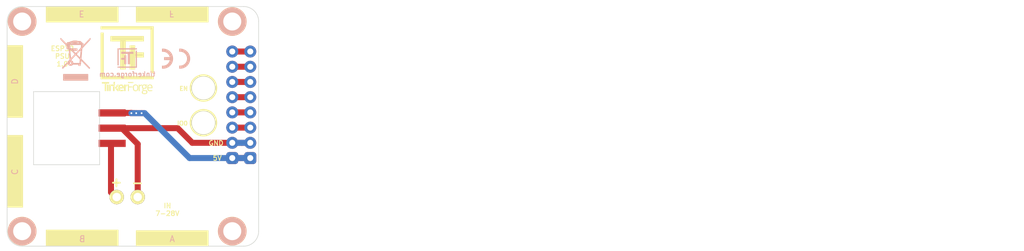
<source format=kicad_pcb>
(kicad_pcb (version 20221018) (generator pcbnew)
  (title_block (title "ESP32 Ethernet Brick") (date "2021-03-12") (rev "1.0") (company "Tinkerforge GmbH") (comment 1 "Licensed under CERN OHL v.1.1") (comment 2 "Copyright (©) 2021, B.Nordmeyer <bastian@tinkerforge.com>"))
  (layers (0 "F.Cu" signal) (31 "B.Cu" signal) (34 "B.Paste" user) (35 "F.Paste" user) (36 "B.SilkS" user "B.Silkscreen") (37 "F.SilkS" user "F.Silkscreen") (38 "B.Mask" user) (39 "F.Mask" user) (44 "Edge.Cuts" user))
  (net 0 "")
  (net 1 "IN_7-28V")
  (net 2 "Net-(P1-Pad2)")
  (net 3 "Net-(P101-Pad5)")
  (net 4 "Net-(P101-Pad4)")
  (net 5 "Net-(P101-Pad3)")
  (net 6 "OUT_5V")
  (net 7 "Net-(P101-Pad6)")
  (net 8 "Net-(P101-Pad7)")
  (net 9 "Net-(P101-Pad8)")
  (footprint "kicad-libraries:DRILL_NP" (layer "F.Cu") (at 116.3 126.15)
    (fp_text reference "F101" hide)
    (fp_text value "DRILL" hide)
    (pad "" np_thru_hole circle (at 0 0) (size 2.99974 2.99974) (drill 2.99974) (layers "*.Cu" "*.Mask" "F.SilkS") (clearance 0.89916))
  )
  (footprint "kicad-libraries:DRILL_NP" (layer "F.Cu") (at 151.3 126.15)
    (fp_text reference "F103" hide)
    (fp_text value "DRILL" hide)
    (pad "" np_thru_hole circle (at 0 0) (size 2.99974 2.99974) (drill 2.99974) (layers "*.Cu" "*.Mask" "F.SilkS") (clearance 0.89916))
  )
  (footprint "kicad-libraries:pin_array_1x8-P2mm_D1mm" (layer "F.Cu") (at 151.3 140.05 90)
    (fp_text reference "P101")
    (fp_text value "EXT_HEADER")
    (pad "1" thru_hole roundrect (at -8.89 0 90) (size 2 2) (drill 1) (layers "*.Cu" "*.Mask") (net 6 "OUT_5V"))
    (pad "2" thru_hole circle (at -6.35 0 90) (size 2 2) (drill 1) (layers "*.Cu" "*.Mask") (net 2 "Net-(P1-Pad2)") (thermal_bridge_width 0.7) (thermal_gap 0.2))
    (pad "3" thru_hole circle (at -3.81 0 90) (size 2 2) (drill 1) (layers "*.Cu" "*.Mask") (net 5 "Net-(P101-Pad3)") (thermal_bridge_width 0.7) (thermal_gap 0.2))
    (pad "4" thru_hole circle (at -1.27 0 90) (size 2 2) (drill 1) (layers "*.Cu" "*.Mask") (net 4 "Net-(P101-Pad4)"))
    (pad "5" thru_hole circle (at 1.27 0 90) (size 2 2) (drill 1) (layers "*.Cu" "*.Mask") (net 3 "Net-(P101-Pad5)"))
    (pad "6" thru_hole circle (at 3.81 0 90) (size 2 2) (drill 1) (layers "*.Cu" "*.Mask") (net 7 "Net-(P101-Pad6)") (thermal_bridge_width 0.7) (thermal_gap 0.2))
    (pad "7" thru_hole circle (at 6.35 0 90) (size 2 2) (drill 1) (layers "*.Cu" "*.Mask") (net 8 "Net-(P101-Pad7)"))
    (pad "8" thru_hole circle (at 8.89 0 90) (size 2 2) (drill 1) (layers "*.Cu" "*.Mask") (net 9 "Net-(P101-Pad8)"))
  )
  (footprint "kicad-libraries:DRILL_NP" (layer "F.Cu") (at 116.3 161.15)
    (fp_text reference "F102" hide)
    (fp_text value "DRILL" hide)
    (pad "" np_thru_hole circle (at 0 0) (size 2.99974 2.99974) (drill 2.99974) (layers "*.Cu" "*.Mask" "F.SilkS") (clearance 0.89916))
  )
  (footprint "kicad-libraries:DRILL_NP" (layer "F.Cu") (at 151.3 161.15)
    (fp_text reference "F104" hide)
    (fp_text value "DRILL" hide)
    (pad "" np_thru_hole circle (at 0 0) (size 2.99974 2.99974) (drill 2.99974) (layers "*.Cu" "*.Mask" "F.SilkS") (clearance 0.89916))
  )
  (footprint "kicad-libraries:OQ_2P" (layer "F.Cu") (at 133.8 155.45)
    (fp_text reference "P1")
    (fp_text value "CONN_01X02")
    (pad "1" thru_hole circle (at -1.75006 0) (size 2.4003 2.4003) (drill 1.39954) (layers "*.Cu" "*.Mask" "F.SilkS") (net 1 "IN_7-28V"))
    (pad "2" thru_hole circle (at 1.75006 0) (size 2.4003 2.4003) (drill 1.39954) (layers "*.Cu" "*.Mask" "F.SilkS") (net 2 "Net-(P1-Pad2)"))
  )
  (footprint "kicad-libraries:pin_array_1x8-P2mm_D1mm" (layer "F.Cu") (at 154.3 140.05 90)
    (fp_text reference "P2")
    (fp_text value "EXT_HEADER")
    (pad "1" thru_hole roundrect (at -8.89 0 90) (size 2 2) (drill 1) (layers "*.Cu" "*.Mask") (net 6 "OUT_5V"))
    (pad "2" thru_hole circle (at -6.35 0 90) (size 2 2) (drill 1) (layers "*.Cu" "*.Mask") (net 2 "Net-(P1-Pad2)"))
    (pad "3" thru_hole circle (at -3.81 0 90) (size 2 2) (drill 1) (layers "*.Cu" "*.Mask") (net 5 "Net-(P101-Pad3)"))
    (pad "4" thru_hole circle (at -1.27 0 90) (size 2 2) (drill 1) (layers "*.Cu" "*.Mask") (net 4 "Net-(P101-Pad4)"))
    (pad "5" thru_hole circle (at 1.27 0 90) (size 2 2) (drill 1) (layers "*.Cu" "*.Mask") (net 3 "Net-(P101-Pad5)"))
    (pad "6" thru_hole circle (at 3.81 0 90) (size 2 2) (drill 1) (layers "*.Cu" "*.Mask") (net 7 "Net-(P101-Pad6)"))
    (pad "7" thru_hole circle (at 6.35 0 90) (size 2 2) (drill 1) (layers "*.Cu" "*.Mask") (net 8 "Net-(P101-Pad7)"))
    (pad "8" thru_hole circle (at 8.89 0 90) (size 2 2) (drill 1) (layers "*.Cu" "*.Mask") (net 9 "Net-(P101-Pad8)"))
  )
  (footprint "kicad-libraries:WPMDL110_side" (layer "F.Cu") (at 127.5 143.95 180)
    (fp_text reference "U1")
    (fp_text value "WPMDL110")
    (pad "1" smd rect (at -3.8 -2.54 180) (size 4.5 1.2) (layers "F.Cu" "F.Paste" "F.Mask") (net 1 "IN_7-28V"))
    (pad "2" smd rect (at -3.8 0 180) (size 4.5 1.2) (layers "F.Cu" "F.Paste" "F.Mask") (net 2 "Net-(P1-Pad2)"))
    (pad "3" smd rect (at -3.8 2.54 180) (size 4.5 1.2) (layers "F.Cu" "F.Paste" "F.Mask") (net 6 "OUT_5V"))
  )
  (footprint "kicad-libraries:Logo_TF_10x12" (layer "F.Cu") (at 133.8 132.45)
    (fp_text reference "G***" hide)
    (fp_text value "LOGO" hide)
  )
  (footprint "kicad-libraries:Logo_31x31" (layer "B.Cu") (at 133.8 132.25 180)
    (fp_text reference "G***" hide)
    (fp_text value "LOGO" hide)
  )
  (footprint "kicad-libraries:CE_5mm" (layer "B.Cu") (at 141.9 132.35 180)
    (fp_text reference "VAL" hide)
    (fp_text value "CE_5mm" hide)
  )
  (footprint "kicad-libraries:WEEE_7mm" (layer "B.Cu") (at 125.2 132.45 180)
    (fp_text reference "VAL" hide)
    (fp_text value "WEEE_7mm" hide)
  )
  (gr_poly (pts (xy 147.3 126.25) (xy 135.3 126.25) (xy 135.3 123.65) (xy 147.3 123.65)) (stroke (width 0.1)) (fill solid) (layer "F.SilkS"))
  (gr_poly (pts (xy 116.4 145.15) (xy 116.4 157.15) (xy 113.8 157.15) (xy 113.8 145.15)) (stroke (width 0.1)) (fill solid) (layer "F.SilkS"))
  (gr_poly (pts (xy 135.3 161.05) (xy 147.3 161.05) (xy 147.3 163.65) (xy 135.3 163.65)) (stroke (width 0.1)) (fill solid) (layer "F.SilkS"))
  (gr_circle (center 146.5 143.05) (end 146.5 145.15) (stroke (width 0.381)) (fill none) (layer "F.SilkS"))
  (gr_circle (center 146.5 137.25) (end 146.5 139.35) (stroke (width 0.381)) (fill none) (layer "F.SilkS"))
  (gr_poly (pts (xy 120.3 160.95) (xy 132.3 160.95) (xy 132.3 163.55) (xy 120.3 163.55)) (stroke (width 0.1)) (fill solid) (layer "F.SilkS"))
  (gr_poly (pts (xy 132.3 126.25) (xy 120.3 126.25) (xy 120.3 123.65) (xy 132.3 123.65)) (stroke (width 0.1)) (fill solid) (layer "F.SilkS"))
  (gr_poly (pts (xy 116.4 130.15) (xy 116.4 142.15) (xy 113.8 142.15) (xy 113.8 130.15)) (stroke (width 0.1)) (fill solid) (layer "F.SilkS"))
  (gr_arc (start 155.7 161.15) (mid 154.967767 162.917767) (end 153.2 163.65) (stroke (width 0.09906)) (layer "Edge.Cuts"))
  (gr_line (start 129.2 150.05) (end 118.2 150.05) (stroke (width 0.09906)) (layer "Edge.Cuts"))
  (gr_arc (start 153.2 123.65) (mid 154.967767 124.382233) (end 155.7 126.15) (stroke (width 0.09906)) (layer "Edge.Cuts"))
  (gr_line (start 113.8 126.15) (end 113.8 161.15) (stroke (width 0.09906)) (layer "Edge.Cuts"))
  (gr_arc (start 113.8 126.15) (mid 114.532233 124.382233) (end 116.3 123.65) (stroke (width 0.09906)) (layer "Edge.Cuts"))
  (gr_line (start 153.2 123.65) (end 116.3 123.65) (stroke (width 0.09906)) (layer "Edge.Cuts"))
  (gr_line (start 118.2 137.85) (end 129.2 137.85) (stroke (width 0.09906)) (layer "Edge.Cuts"))
  (gr_line (start 118.2 150.05) (end 118.2 137.85) (stroke (width 0.09906)) (layer "Edge.Cuts"))
  (gr_circle (center 146.5 143.05) (end 146.5 145.05) (stroke (width 0.09906)) (fill none) (layer "Edge.Cuts"))
  (gr_arc (start 116.3 163.65) (mid 114.532233 162.917767) (end 113.8 161.15) (stroke (width 0.09906)) (layer "Edge.Cuts"))
  (gr_line (start 129.2 137.85) (end 129.2 150.05) (stroke (width 0.09906)) (layer "Edge.Cuts"))
  (gr_line (start 116.3 163.65) (end 153.2 163.65) (stroke (width 0.09906)) (layer "Edge.Cuts"))
  (gr_line (start 155.7 161.15) (end 155.7 126.15) (stroke (width 0.09906)) (layer "Edge.Cuts"))
  (gr_circle (center 146.5 137.25) (end 146.5 139.25) (stroke (width 0.09906)) (fill none) (layer "Edge.Cuts"))
  (gr_text "A" (at 141.3 162.45) (layer "B.SilkS") (effects (font (size 1 1)) (justify mirror)))
  (gr_text "E" (at 126.2 124.85 180) (layer "B.SilkS") (effects (font (size 1 1)) (justify mirror)))
  (gr_text "F" (at 141.2 124.85 180) (layer "B.SilkS") (effects (font (size 1 1)) (justify mirror)))
  (gr_text "tinkerforge.com" (at 133.8 134.95) (layer "B.SilkS") (effects (font (size 0.8 0.8)) (justify mirror)))
  (gr_text "D" (at 115 136.15 270) (layer "B.SilkS") (effects (font (size 1 1)) (justify mirror)))
  (gr_text "B" (at 126.3 162.45) (layer "B.SilkS") (effects (font (size 1 1)) (justify mirror)))
  (gr_text "C" (at 115 151.25 270) (layer "B.SilkS") (effects (font (size 1 1)) (justify mirror)))
  (gr_text "GND" (at 148.6 146.45) (layer "F.SilkS") (effects (font (size 0.8 0.8))))
  (gr_text "IN\n7-28V\n" (at 140.5 157.55) (layer "F.SilkS") (effects (font (size 0.8 0.8))))
  (gr_text "IO0" (at 143 143.15) (layer "F.SilkS") (effects (font (size 0.7 0.7))))
  (gr_text "-" (at 135.5 153.05) (layer "F.SilkS") (effects (font (size 1.524 1.524) (thickness 0.3048))))
  (gr_text "ESP32\nPSU\n1.0" (at 123 131.95) (layer "F.SilkS") (effects (font (size 0.8 0.8))))
  (gr_text "EN" (at 143.2 137.35) (layer "F.SilkS") (effects (font (size 0.7 0.7))))
  (gr_text "5V" (at 148.8 148.95) (layer "F.SilkS") (effects (font (size 0.8 0.8))))
  (gr_text "+" (at 132 152.95) (layer "F.SilkS") (effects (font (size 1.524 1.524) (thickness 0.3048))))
  (segment (start 131.1 154.65) (end 131.1 146.69) (width 1) (layer "F.Cu") (net 1))
  (segment (start 132.04994 155.45) (end 131.9 155.45) (width 1) (layer "F.Cu") (net 1))
  (segment (start 131.1 146.69) (end 131.3 146.49) (width 1) (layer "F.Cu") (net 1))
  (segment (start 131.9 155.45) (end 131.1 154.65) (width 1) (layer "F.Cu") (net 1))
  (segment (start 135.55006 155.45) (end 135.55006 146.60006) (width 1) (layer "F.Cu") (net 2))
  (segment (start 132.9 143.95) (end 131.3 143.95) (width 1) (layer "F.Cu") (net 2))
  (segment (start 135.55006 146.60006) (end 132.9 143.95) (width 1) (layer "F.Cu") (net 2))
  (segment (start 131.3 143.95) (end 142.2 143.95) (width 1) (layer "F.Cu") (net 2))
  (segment (start 142.2 143.95) (end 144.65 146.4) (width 1) (layer "F.Cu") (net 2))
  (segment (start 144.65 146.4) (end 152.885787 146.4) (width 1) (layer "F.Cu") (net 2))
  (segment (start 152.885787 146.4) (end 154.3 146.4) (width 1) (layer "F.Cu") (net 2))
  (segment (start 151.3 146.4) (end 154.3 146.4) (width 1) (layer "B.Cu") (net 2))
  (segment (start 151.3 138.78) (end 154.3 138.78) (width 1) (layer "F.Cu") (net 3))
  (segment (start 151.3 141.32) (end 154.3 141.32) (width 1) (layer "F.Cu") (net 4))
  (segment (start 151.3 143.86) (end 154.3 143.86) (width 1) (layer "F.Cu") (net 5))
  (segment (start 135.3 141.45) (end 136.2 141.45) (width 1) (layer "F.Cu") (net 6))
  (segment (start 136.2 141.45) (end 136.6 141.45) (width 1) (layer "F.Cu") (net 6))
  (segment (start 151.3 148.94) (end 154.3 148.94) (width 1) (layer "F.Cu") (net 6))
  (segment (start 134.5 141.45) (end 135.3 141.45) (width 1) (layer "F.Cu") (net 6))
  (segment (start 131.3 141.41) (end 134.46 141.41) (width 1) (layer "F.Cu") (net 6))
  (segment (start 134.5 141.45) (end 134.994974 141.45) (width 1) (layer "F.Cu") (net 6))
  (segment (start 134.46 141.41) (end 134.5 141.45) (width 1) (layer "F.Cu") (net 6))
  (via (at 135.3 141.45) (size 0.7) (drill 0.3) (layers "F.Cu" "B.Cu") (net 6))
  (via (at 134.5 141.45) (size 0.7) (drill 0.3) (layers "F.Cu" "B.Cu") (net 6))
  (via (at 136.2 141.45) (size 0.7) (drill 0.3) (layers "F.Cu" "B.Cu") (net 6))
  (segment (start 136.7 141.45) (end 144.19 148.94) (width 1) (layer "B.Cu") (net 6))
  (segment (start 144.19 148.94) (end 153.2 148.94) (width 1) (layer "B.Cu") (net 6))
  (segment (start 134.5 141.45) (end 136.7 141.45) (width 1) (layer "B.Cu") (net 6))
  (segment (start 153.2 148.94) (end 154.3 148.94) (width 1) (layer "B.Cu") (net 6))
  (segment (start 151.3 136.24) (end 154.3 136.24) (width 1) (layer "F.Cu") (net 7))
  (segment (start 151.3 133.7) (end 154.3 133.7) (width 1) (layer "F.Cu") (net 8))
  (segment (start 154.3 131.16) (end 151.3 131.16) (width 1) (layer "F.Cu") (net 9))
)
</source>
